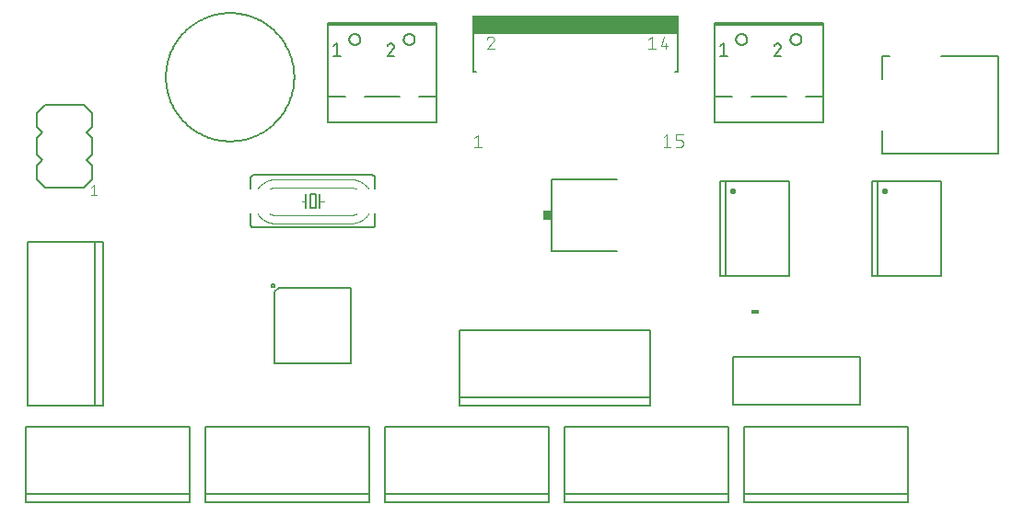
<source format=gto>
G75*
%MOIN*%
%OFA0B0*%
%FSLAX25Y25*%
%IPPOS*%
%LPD*%
%AMOC8*
5,1,8,0,0,1.08239X$1,22.5*
%
%ADD10C,0.00600*%
%ADD11C,0.00400*%
%ADD12R,0.74606X0.06594*%
%ADD13C,0.00800*%
%ADD14R,0.03000X0.03400*%
%ADD15C,0.00500*%
%ADD16C,0.00300*%
%ADD17C,0.02174*%
%ADD18R,0.02800X0.01600*%
%ADD19C,0.00200*%
D10*
X0100300Y0112300D02*
X0143300Y0112300D01*
X0143360Y0112302D01*
X0143421Y0112307D01*
X0143480Y0112316D01*
X0143539Y0112329D01*
X0143598Y0112345D01*
X0143655Y0112365D01*
X0143710Y0112388D01*
X0143765Y0112415D01*
X0143817Y0112444D01*
X0143868Y0112477D01*
X0143917Y0112513D01*
X0143963Y0112551D01*
X0144007Y0112593D01*
X0144049Y0112637D01*
X0144087Y0112683D01*
X0144123Y0112732D01*
X0144156Y0112783D01*
X0144185Y0112835D01*
X0144212Y0112890D01*
X0144235Y0112945D01*
X0144255Y0113002D01*
X0144271Y0113061D01*
X0144284Y0113120D01*
X0144293Y0113179D01*
X0144298Y0113240D01*
X0144300Y0113300D01*
X0144300Y0117300D01*
X0144300Y0126300D02*
X0144300Y0130300D01*
X0144298Y0130360D01*
X0144293Y0130421D01*
X0144284Y0130480D01*
X0144271Y0130539D01*
X0144255Y0130598D01*
X0144235Y0130655D01*
X0144212Y0130710D01*
X0144185Y0130765D01*
X0144156Y0130817D01*
X0144123Y0130868D01*
X0144087Y0130917D01*
X0144049Y0130963D01*
X0144007Y0131007D01*
X0143963Y0131049D01*
X0143917Y0131087D01*
X0143868Y0131123D01*
X0143817Y0131156D01*
X0143765Y0131185D01*
X0143710Y0131212D01*
X0143655Y0131235D01*
X0143598Y0131255D01*
X0143539Y0131271D01*
X0143480Y0131284D01*
X0143421Y0131293D01*
X0143360Y0131298D01*
X0143300Y0131300D01*
X0100300Y0131300D01*
X0100240Y0131298D01*
X0100179Y0131293D01*
X0100120Y0131284D01*
X0100061Y0131271D01*
X0100002Y0131255D01*
X0099945Y0131235D01*
X0099890Y0131212D01*
X0099835Y0131185D01*
X0099783Y0131156D01*
X0099732Y0131123D01*
X0099683Y0131087D01*
X0099637Y0131049D01*
X0099593Y0131007D01*
X0099551Y0130963D01*
X0099513Y0130917D01*
X0099477Y0130868D01*
X0099444Y0130817D01*
X0099415Y0130765D01*
X0099388Y0130710D01*
X0099365Y0130655D01*
X0099345Y0130598D01*
X0099329Y0130539D01*
X0099316Y0130480D01*
X0099307Y0130421D01*
X0099302Y0130360D01*
X0099300Y0130300D01*
X0099300Y0126300D01*
X0099300Y0117300D02*
X0099300Y0113300D01*
X0099302Y0113240D01*
X0099307Y0113179D01*
X0099316Y0113120D01*
X0099329Y0113061D01*
X0099345Y0113002D01*
X0099365Y0112945D01*
X0099388Y0112890D01*
X0099415Y0112835D01*
X0099444Y0112783D01*
X0099477Y0112732D01*
X0099513Y0112683D01*
X0099551Y0112637D01*
X0099593Y0112593D01*
X0099637Y0112551D01*
X0099683Y0112513D01*
X0099732Y0112477D01*
X0099783Y0112444D01*
X0099835Y0112415D01*
X0099890Y0112388D01*
X0099945Y0112365D01*
X0100002Y0112345D01*
X0100061Y0112329D01*
X0100120Y0112316D01*
X0100179Y0112307D01*
X0100240Y0112302D01*
X0100300Y0112300D01*
X0119300Y0119300D02*
X0119300Y0121800D01*
X0119300Y0124300D01*
X0120800Y0124300D02*
X0122800Y0124300D01*
X0122800Y0119300D01*
X0120800Y0119300D01*
X0120800Y0124300D01*
X0124300Y0124300D02*
X0124300Y0121800D01*
X0124300Y0119300D01*
X0127158Y0150300D02*
X0127158Y0159702D01*
X0127158Y0185702D01*
X0127158Y0186501D01*
X0166457Y0186501D01*
X0166457Y0185702D01*
X0166457Y0159702D01*
X0166457Y0150300D01*
X0127158Y0150300D01*
X0127158Y0159702D02*
X0133457Y0159702D01*
X0140457Y0159702D02*
X0153158Y0159702D01*
X0160158Y0159702D02*
X0166457Y0159702D01*
X0179800Y0168800D02*
X0179800Y0182800D01*
X0166457Y0185702D02*
X0127158Y0185702D01*
X0134957Y0180500D02*
X0134959Y0180589D01*
X0134965Y0180678D01*
X0134975Y0180767D01*
X0134989Y0180855D01*
X0135006Y0180942D01*
X0135028Y0181028D01*
X0135054Y0181114D01*
X0135083Y0181198D01*
X0135116Y0181281D01*
X0135152Y0181362D01*
X0135193Y0181442D01*
X0135236Y0181519D01*
X0135283Y0181595D01*
X0135334Y0181668D01*
X0135387Y0181739D01*
X0135444Y0181808D01*
X0135504Y0181874D01*
X0135567Y0181938D01*
X0135632Y0181998D01*
X0135700Y0182056D01*
X0135771Y0182110D01*
X0135844Y0182161D01*
X0135919Y0182209D01*
X0135996Y0182254D01*
X0136075Y0182295D01*
X0136156Y0182332D01*
X0136238Y0182366D01*
X0136322Y0182397D01*
X0136407Y0182423D01*
X0136493Y0182446D01*
X0136580Y0182464D01*
X0136668Y0182479D01*
X0136757Y0182490D01*
X0136846Y0182497D01*
X0136935Y0182500D01*
X0137024Y0182499D01*
X0137113Y0182494D01*
X0137201Y0182485D01*
X0137290Y0182472D01*
X0137377Y0182455D01*
X0137464Y0182435D01*
X0137550Y0182410D01*
X0137634Y0182382D01*
X0137717Y0182350D01*
X0137799Y0182314D01*
X0137879Y0182275D01*
X0137957Y0182232D01*
X0138033Y0182186D01*
X0138107Y0182136D01*
X0138179Y0182083D01*
X0138248Y0182027D01*
X0138315Y0181968D01*
X0138379Y0181906D01*
X0138440Y0181842D01*
X0138499Y0181774D01*
X0138554Y0181704D01*
X0138606Y0181632D01*
X0138655Y0181557D01*
X0138700Y0181481D01*
X0138742Y0181402D01*
X0138780Y0181322D01*
X0138815Y0181240D01*
X0138846Y0181156D01*
X0138874Y0181071D01*
X0138897Y0180985D01*
X0138917Y0180898D01*
X0138933Y0180811D01*
X0138945Y0180722D01*
X0138953Y0180634D01*
X0138957Y0180545D01*
X0138957Y0180455D01*
X0138953Y0180366D01*
X0138945Y0180278D01*
X0138933Y0180189D01*
X0138917Y0180102D01*
X0138897Y0180015D01*
X0138874Y0179929D01*
X0138846Y0179844D01*
X0138815Y0179760D01*
X0138780Y0179678D01*
X0138742Y0179598D01*
X0138700Y0179519D01*
X0138655Y0179443D01*
X0138606Y0179368D01*
X0138554Y0179296D01*
X0138499Y0179226D01*
X0138440Y0179158D01*
X0138379Y0179094D01*
X0138315Y0179032D01*
X0138248Y0178973D01*
X0138179Y0178917D01*
X0138107Y0178864D01*
X0138033Y0178814D01*
X0137957Y0178768D01*
X0137879Y0178725D01*
X0137799Y0178686D01*
X0137717Y0178650D01*
X0137634Y0178618D01*
X0137550Y0178590D01*
X0137464Y0178565D01*
X0137377Y0178545D01*
X0137290Y0178528D01*
X0137201Y0178515D01*
X0137113Y0178506D01*
X0137024Y0178501D01*
X0136935Y0178500D01*
X0136846Y0178503D01*
X0136757Y0178510D01*
X0136668Y0178521D01*
X0136580Y0178536D01*
X0136493Y0178554D01*
X0136407Y0178577D01*
X0136322Y0178603D01*
X0136238Y0178634D01*
X0136156Y0178668D01*
X0136075Y0178705D01*
X0135996Y0178746D01*
X0135919Y0178791D01*
X0135844Y0178839D01*
X0135771Y0178890D01*
X0135700Y0178944D01*
X0135632Y0179002D01*
X0135567Y0179062D01*
X0135504Y0179126D01*
X0135444Y0179192D01*
X0135387Y0179261D01*
X0135334Y0179332D01*
X0135283Y0179405D01*
X0135236Y0179481D01*
X0135193Y0179558D01*
X0135152Y0179638D01*
X0135116Y0179719D01*
X0135083Y0179802D01*
X0135054Y0179886D01*
X0135028Y0179972D01*
X0135006Y0180058D01*
X0134989Y0180145D01*
X0134975Y0180233D01*
X0134965Y0180322D01*
X0134959Y0180411D01*
X0134957Y0180500D01*
X0154657Y0180500D02*
X0154659Y0180589D01*
X0154665Y0180678D01*
X0154675Y0180767D01*
X0154689Y0180855D01*
X0154706Y0180942D01*
X0154728Y0181028D01*
X0154754Y0181114D01*
X0154783Y0181198D01*
X0154816Y0181281D01*
X0154852Y0181362D01*
X0154893Y0181442D01*
X0154936Y0181519D01*
X0154983Y0181595D01*
X0155034Y0181668D01*
X0155087Y0181739D01*
X0155144Y0181808D01*
X0155204Y0181874D01*
X0155267Y0181938D01*
X0155332Y0181998D01*
X0155400Y0182056D01*
X0155471Y0182110D01*
X0155544Y0182161D01*
X0155619Y0182209D01*
X0155696Y0182254D01*
X0155775Y0182295D01*
X0155856Y0182332D01*
X0155938Y0182366D01*
X0156022Y0182397D01*
X0156107Y0182423D01*
X0156193Y0182446D01*
X0156280Y0182464D01*
X0156368Y0182479D01*
X0156457Y0182490D01*
X0156546Y0182497D01*
X0156635Y0182500D01*
X0156724Y0182499D01*
X0156813Y0182494D01*
X0156901Y0182485D01*
X0156990Y0182472D01*
X0157077Y0182455D01*
X0157164Y0182435D01*
X0157250Y0182410D01*
X0157334Y0182382D01*
X0157417Y0182350D01*
X0157499Y0182314D01*
X0157579Y0182275D01*
X0157657Y0182232D01*
X0157733Y0182186D01*
X0157807Y0182136D01*
X0157879Y0182083D01*
X0157948Y0182027D01*
X0158015Y0181968D01*
X0158079Y0181906D01*
X0158140Y0181842D01*
X0158199Y0181774D01*
X0158254Y0181704D01*
X0158306Y0181632D01*
X0158355Y0181557D01*
X0158400Y0181481D01*
X0158442Y0181402D01*
X0158480Y0181322D01*
X0158515Y0181240D01*
X0158546Y0181156D01*
X0158574Y0181071D01*
X0158597Y0180985D01*
X0158617Y0180898D01*
X0158633Y0180811D01*
X0158645Y0180722D01*
X0158653Y0180634D01*
X0158657Y0180545D01*
X0158657Y0180455D01*
X0158653Y0180366D01*
X0158645Y0180278D01*
X0158633Y0180189D01*
X0158617Y0180102D01*
X0158597Y0180015D01*
X0158574Y0179929D01*
X0158546Y0179844D01*
X0158515Y0179760D01*
X0158480Y0179678D01*
X0158442Y0179598D01*
X0158400Y0179519D01*
X0158355Y0179443D01*
X0158306Y0179368D01*
X0158254Y0179296D01*
X0158199Y0179226D01*
X0158140Y0179158D01*
X0158079Y0179094D01*
X0158015Y0179032D01*
X0157948Y0178973D01*
X0157879Y0178917D01*
X0157807Y0178864D01*
X0157733Y0178814D01*
X0157657Y0178768D01*
X0157579Y0178725D01*
X0157499Y0178686D01*
X0157417Y0178650D01*
X0157334Y0178618D01*
X0157250Y0178590D01*
X0157164Y0178565D01*
X0157077Y0178545D01*
X0156990Y0178528D01*
X0156901Y0178515D01*
X0156813Y0178506D01*
X0156724Y0178501D01*
X0156635Y0178500D01*
X0156546Y0178503D01*
X0156457Y0178510D01*
X0156368Y0178521D01*
X0156280Y0178536D01*
X0156193Y0178554D01*
X0156107Y0178577D01*
X0156022Y0178603D01*
X0155938Y0178634D01*
X0155856Y0178668D01*
X0155775Y0178705D01*
X0155696Y0178746D01*
X0155619Y0178791D01*
X0155544Y0178839D01*
X0155471Y0178890D01*
X0155400Y0178944D01*
X0155332Y0179002D01*
X0155267Y0179062D01*
X0155204Y0179126D01*
X0155144Y0179192D01*
X0155087Y0179261D01*
X0155034Y0179332D01*
X0154983Y0179405D01*
X0154936Y0179481D01*
X0154893Y0179558D01*
X0154852Y0179638D01*
X0154816Y0179719D01*
X0154783Y0179802D01*
X0154754Y0179886D01*
X0154728Y0179972D01*
X0154706Y0180058D01*
X0154689Y0180145D01*
X0154675Y0180233D01*
X0154665Y0180322D01*
X0154659Y0180411D01*
X0154657Y0180500D01*
X0179800Y0168800D02*
X0180800Y0168800D01*
X0252800Y0168800D02*
X0253800Y0168800D01*
X0253800Y0182800D01*
X0267158Y0185702D02*
X0267158Y0186501D01*
X0306457Y0186501D01*
X0306457Y0185702D01*
X0306457Y0159702D01*
X0306457Y0150300D01*
X0267158Y0150300D01*
X0267158Y0159702D01*
X0267158Y0185702D01*
X0306457Y0185702D01*
X0294657Y0180500D02*
X0294659Y0180589D01*
X0294665Y0180678D01*
X0294675Y0180767D01*
X0294689Y0180855D01*
X0294706Y0180942D01*
X0294728Y0181028D01*
X0294754Y0181114D01*
X0294783Y0181198D01*
X0294816Y0181281D01*
X0294852Y0181362D01*
X0294893Y0181442D01*
X0294936Y0181519D01*
X0294983Y0181595D01*
X0295034Y0181668D01*
X0295087Y0181739D01*
X0295144Y0181808D01*
X0295204Y0181874D01*
X0295267Y0181938D01*
X0295332Y0181998D01*
X0295400Y0182056D01*
X0295471Y0182110D01*
X0295544Y0182161D01*
X0295619Y0182209D01*
X0295696Y0182254D01*
X0295775Y0182295D01*
X0295856Y0182332D01*
X0295938Y0182366D01*
X0296022Y0182397D01*
X0296107Y0182423D01*
X0296193Y0182446D01*
X0296280Y0182464D01*
X0296368Y0182479D01*
X0296457Y0182490D01*
X0296546Y0182497D01*
X0296635Y0182500D01*
X0296724Y0182499D01*
X0296813Y0182494D01*
X0296901Y0182485D01*
X0296990Y0182472D01*
X0297077Y0182455D01*
X0297164Y0182435D01*
X0297250Y0182410D01*
X0297334Y0182382D01*
X0297417Y0182350D01*
X0297499Y0182314D01*
X0297579Y0182275D01*
X0297657Y0182232D01*
X0297733Y0182186D01*
X0297807Y0182136D01*
X0297879Y0182083D01*
X0297948Y0182027D01*
X0298015Y0181968D01*
X0298079Y0181906D01*
X0298140Y0181842D01*
X0298199Y0181774D01*
X0298254Y0181704D01*
X0298306Y0181632D01*
X0298355Y0181557D01*
X0298400Y0181481D01*
X0298442Y0181402D01*
X0298480Y0181322D01*
X0298515Y0181240D01*
X0298546Y0181156D01*
X0298574Y0181071D01*
X0298597Y0180985D01*
X0298617Y0180898D01*
X0298633Y0180811D01*
X0298645Y0180722D01*
X0298653Y0180634D01*
X0298657Y0180545D01*
X0298657Y0180455D01*
X0298653Y0180366D01*
X0298645Y0180278D01*
X0298633Y0180189D01*
X0298617Y0180102D01*
X0298597Y0180015D01*
X0298574Y0179929D01*
X0298546Y0179844D01*
X0298515Y0179760D01*
X0298480Y0179678D01*
X0298442Y0179598D01*
X0298400Y0179519D01*
X0298355Y0179443D01*
X0298306Y0179368D01*
X0298254Y0179296D01*
X0298199Y0179226D01*
X0298140Y0179158D01*
X0298079Y0179094D01*
X0298015Y0179032D01*
X0297948Y0178973D01*
X0297879Y0178917D01*
X0297807Y0178864D01*
X0297733Y0178814D01*
X0297657Y0178768D01*
X0297579Y0178725D01*
X0297499Y0178686D01*
X0297417Y0178650D01*
X0297334Y0178618D01*
X0297250Y0178590D01*
X0297164Y0178565D01*
X0297077Y0178545D01*
X0296990Y0178528D01*
X0296901Y0178515D01*
X0296813Y0178506D01*
X0296724Y0178501D01*
X0296635Y0178500D01*
X0296546Y0178503D01*
X0296457Y0178510D01*
X0296368Y0178521D01*
X0296280Y0178536D01*
X0296193Y0178554D01*
X0296107Y0178577D01*
X0296022Y0178603D01*
X0295938Y0178634D01*
X0295856Y0178668D01*
X0295775Y0178705D01*
X0295696Y0178746D01*
X0295619Y0178791D01*
X0295544Y0178839D01*
X0295471Y0178890D01*
X0295400Y0178944D01*
X0295332Y0179002D01*
X0295267Y0179062D01*
X0295204Y0179126D01*
X0295144Y0179192D01*
X0295087Y0179261D01*
X0295034Y0179332D01*
X0294983Y0179405D01*
X0294936Y0179481D01*
X0294893Y0179558D01*
X0294852Y0179638D01*
X0294816Y0179719D01*
X0294783Y0179802D01*
X0294754Y0179886D01*
X0294728Y0179972D01*
X0294706Y0180058D01*
X0294689Y0180145D01*
X0294675Y0180233D01*
X0294665Y0180322D01*
X0294659Y0180411D01*
X0294657Y0180500D01*
X0274957Y0180500D02*
X0274959Y0180589D01*
X0274965Y0180678D01*
X0274975Y0180767D01*
X0274989Y0180855D01*
X0275006Y0180942D01*
X0275028Y0181028D01*
X0275054Y0181114D01*
X0275083Y0181198D01*
X0275116Y0181281D01*
X0275152Y0181362D01*
X0275193Y0181442D01*
X0275236Y0181519D01*
X0275283Y0181595D01*
X0275334Y0181668D01*
X0275387Y0181739D01*
X0275444Y0181808D01*
X0275504Y0181874D01*
X0275567Y0181938D01*
X0275632Y0181998D01*
X0275700Y0182056D01*
X0275771Y0182110D01*
X0275844Y0182161D01*
X0275919Y0182209D01*
X0275996Y0182254D01*
X0276075Y0182295D01*
X0276156Y0182332D01*
X0276238Y0182366D01*
X0276322Y0182397D01*
X0276407Y0182423D01*
X0276493Y0182446D01*
X0276580Y0182464D01*
X0276668Y0182479D01*
X0276757Y0182490D01*
X0276846Y0182497D01*
X0276935Y0182500D01*
X0277024Y0182499D01*
X0277113Y0182494D01*
X0277201Y0182485D01*
X0277290Y0182472D01*
X0277377Y0182455D01*
X0277464Y0182435D01*
X0277550Y0182410D01*
X0277634Y0182382D01*
X0277717Y0182350D01*
X0277799Y0182314D01*
X0277879Y0182275D01*
X0277957Y0182232D01*
X0278033Y0182186D01*
X0278107Y0182136D01*
X0278179Y0182083D01*
X0278248Y0182027D01*
X0278315Y0181968D01*
X0278379Y0181906D01*
X0278440Y0181842D01*
X0278499Y0181774D01*
X0278554Y0181704D01*
X0278606Y0181632D01*
X0278655Y0181557D01*
X0278700Y0181481D01*
X0278742Y0181402D01*
X0278780Y0181322D01*
X0278815Y0181240D01*
X0278846Y0181156D01*
X0278874Y0181071D01*
X0278897Y0180985D01*
X0278917Y0180898D01*
X0278933Y0180811D01*
X0278945Y0180722D01*
X0278953Y0180634D01*
X0278957Y0180545D01*
X0278957Y0180455D01*
X0278953Y0180366D01*
X0278945Y0180278D01*
X0278933Y0180189D01*
X0278917Y0180102D01*
X0278897Y0180015D01*
X0278874Y0179929D01*
X0278846Y0179844D01*
X0278815Y0179760D01*
X0278780Y0179678D01*
X0278742Y0179598D01*
X0278700Y0179519D01*
X0278655Y0179443D01*
X0278606Y0179368D01*
X0278554Y0179296D01*
X0278499Y0179226D01*
X0278440Y0179158D01*
X0278379Y0179094D01*
X0278315Y0179032D01*
X0278248Y0178973D01*
X0278179Y0178917D01*
X0278107Y0178864D01*
X0278033Y0178814D01*
X0277957Y0178768D01*
X0277879Y0178725D01*
X0277799Y0178686D01*
X0277717Y0178650D01*
X0277634Y0178618D01*
X0277550Y0178590D01*
X0277464Y0178565D01*
X0277377Y0178545D01*
X0277290Y0178528D01*
X0277201Y0178515D01*
X0277113Y0178506D01*
X0277024Y0178501D01*
X0276935Y0178500D01*
X0276846Y0178503D01*
X0276757Y0178510D01*
X0276668Y0178521D01*
X0276580Y0178536D01*
X0276493Y0178554D01*
X0276407Y0178577D01*
X0276322Y0178603D01*
X0276238Y0178634D01*
X0276156Y0178668D01*
X0276075Y0178705D01*
X0275996Y0178746D01*
X0275919Y0178791D01*
X0275844Y0178839D01*
X0275771Y0178890D01*
X0275700Y0178944D01*
X0275632Y0179002D01*
X0275567Y0179062D01*
X0275504Y0179126D01*
X0275444Y0179192D01*
X0275387Y0179261D01*
X0275334Y0179332D01*
X0275283Y0179405D01*
X0275236Y0179481D01*
X0275193Y0179558D01*
X0275152Y0179638D01*
X0275116Y0179719D01*
X0275083Y0179802D01*
X0275054Y0179886D01*
X0275028Y0179972D01*
X0275006Y0180058D01*
X0274989Y0180145D01*
X0274975Y0180233D01*
X0274965Y0180322D01*
X0274959Y0180411D01*
X0274957Y0180500D01*
X0273457Y0159702D02*
X0267158Y0159702D01*
X0280457Y0159702D02*
X0293158Y0159702D01*
X0300158Y0159702D02*
X0306457Y0159702D01*
X0294320Y0129064D02*
X0269280Y0129064D01*
X0269280Y0094635D01*
X0271312Y0094635D01*
X0271312Y0128670D01*
X0294320Y0129064D02*
X0294320Y0094635D01*
X0271312Y0094635D01*
X0324280Y0094635D02*
X0324280Y0129064D01*
X0349320Y0129064D01*
X0349320Y0094635D01*
X0326312Y0094635D01*
X0326312Y0128670D01*
X0326312Y0094635D02*
X0324280Y0094635D01*
D11*
X0255778Y0142553D02*
X0255778Y0143064D01*
X0255776Y0143126D01*
X0255771Y0143187D01*
X0255761Y0143248D01*
X0255748Y0143309D01*
X0255732Y0143368D01*
X0255712Y0143426D01*
X0255688Y0143483D01*
X0255661Y0143539D01*
X0255631Y0143593D01*
X0255597Y0143645D01*
X0255561Y0143694D01*
X0255521Y0143742D01*
X0255479Y0143787D01*
X0255434Y0143829D01*
X0255386Y0143869D01*
X0255337Y0143905D01*
X0255285Y0143939D01*
X0255231Y0143969D01*
X0255175Y0143996D01*
X0255118Y0144020D01*
X0255060Y0144040D01*
X0255001Y0144056D01*
X0254940Y0144069D01*
X0254879Y0144079D01*
X0254818Y0144084D01*
X0254756Y0144086D01*
X0254756Y0144087D02*
X0253223Y0144087D01*
X0253223Y0146131D01*
X0255778Y0146131D01*
X0255778Y0142553D02*
X0255776Y0142491D01*
X0255771Y0142430D01*
X0255761Y0142369D01*
X0255748Y0142308D01*
X0255732Y0142249D01*
X0255712Y0142191D01*
X0255688Y0142134D01*
X0255661Y0142078D01*
X0255631Y0142024D01*
X0255597Y0141972D01*
X0255561Y0141923D01*
X0255521Y0141875D01*
X0255479Y0141830D01*
X0255434Y0141788D01*
X0255386Y0141748D01*
X0255337Y0141712D01*
X0255285Y0141678D01*
X0255231Y0141648D01*
X0255175Y0141621D01*
X0255118Y0141597D01*
X0255060Y0141577D01*
X0255001Y0141561D01*
X0254940Y0141548D01*
X0254879Y0141538D01*
X0254818Y0141533D01*
X0254756Y0141531D01*
X0253223Y0141531D01*
X0251278Y0141531D02*
X0248723Y0141531D01*
X0250001Y0141531D02*
X0250001Y0146131D01*
X0248723Y0145109D01*
X0249543Y0177000D02*
X0249543Y0179044D01*
X0250309Y0178022D02*
X0247754Y0178022D01*
X0248776Y0181600D01*
X0244532Y0181600D02*
X0244532Y0177000D01*
X0245809Y0177000D02*
X0243254Y0177000D01*
X0243254Y0180578D02*
X0244532Y0181600D01*
X0187365Y0177000D02*
X0184809Y0177000D01*
X0186981Y0179556D01*
X0186215Y0181600D02*
X0186141Y0181598D01*
X0186067Y0181593D01*
X0185993Y0181583D01*
X0185920Y0181570D01*
X0185847Y0181554D01*
X0185776Y0181533D01*
X0185706Y0181509D01*
X0185637Y0181482D01*
X0185569Y0181451D01*
X0185503Y0181417D01*
X0185439Y0181380D01*
X0185377Y0181339D01*
X0185317Y0181295D01*
X0185259Y0181249D01*
X0185203Y0181199D01*
X0185150Y0181147D01*
X0185100Y0181092D01*
X0185053Y0181035D01*
X0185009Y0180975D01*
X0184967Y0180913D01*
X0184929Y0180850D01*
X0184894Y0180784D01*
X0184863Y0180717D01*
X0184835Y0180648D01*
X0184810Y0180578D01*
X0186981Y0179556D02*
X0187028Y0179603D01*
X0187072Y0179653D01*
X0187114Y0179705D01*
X0187153Y0179759D01*
X0187188Y0179815D01*
X0187221Y0179873D01*
X0187251Y0179933D01*
X0187277Y0179994D01*
X0187300Y0180057D01*
X0187319Y0180121D01*
X0187335Y0180185D01*
X0187348Y0180251D01*
X0187357Y0180317D01*
X0187362Y0180383D01*
X0187364Y0180450D01*
X0187365Y0180450D02*
X0187363Y0180517D01*
X0187357Y0180584D01*
X0187348Y0180650D01*
X0187334Y0180715D01*
X0187317Y0180780D01*
X0187296Y0180843D01*
X0187271Y0180905D01*
X0187243Y0180966D01*
X0187211Y0181025D01*
X0187176Y0181082D01*
X0187137Y0181137D01*
X0187096Y0181189D01*
X0187051Y0181239D01*
X0187004Y0181286D01*
X0186954Y0181331D01*
X0186902Y0181372D01*
X0186847Y0181411D01*
X0186790Y0181446D01*
X0186731Y0181478D01*
X0186670Y0181506D01*
X0186608Y0181531D01*
X0186545Y0181552D01*
X0186480Y0181569D01*
X0186415Y0181583D01*
X0186349Y0181592D01*
X0186282Y0181598D01*
X0186215Y0181600D01*
X0181556Y0145898D02*
X0181556Y0141298D01*
X0180278Y0141298D02*
X0182834Y0141298D01*
X0180278Y0144876D02*
X0181556Y0145898D01*
D12*
X0216800Y0185786D03*
D13*
X0017745Y0015776D02*
X0017745Y0012627D01*
X0077194Y0012627D01*
X0077194Y0015776D01*
X0017745Y0015776D01*
X0017745Y0040186D01*
X0077194Y0040186D01*
X0077194Y0015776D01*
X0082745Y0015776D02*
X0082745Y0012627D01*
X0142194Y0012627D01*
X0142194Y0015776D01*
X0082745Y0015776D01*
X0082745Y0040186D01*
X0142194Y0040186D01*
X0142194Y0015776D01*
X0147745Y0015776D02*
X0147745Y0012627D01*
X0207194Y0012627D01*
X0207194Y0015776D01*
X0147745Y0015776D01*
X0147745Y0040186D01*
X0207194Y0040186D01*
X0207194Y0015776D01*
X0212745Y0015776D02*
X0212745Y0012627D01*
X0272194Y0012627D01*
X0272194Y0015776D01*
X0212745Y0015776D01*
X0212745Y0040186D01*
X0272194Y0040186D01*
X0272194Y0015776D01*
X0277745Y0015776D02*
X0277745Y0012627D01*
X0337194Y0012627D01*
X0337194Y0015776D01*
X0277745Y0015776D01*
X0277745Y0040186D01*
X0337194Y0040186D01*
X0337194Y0015776D01*
X0319694Y0048237D02*
X0273906Y0048237D01*
X0273906Y0065363D01*
X0319694Y0065363D01*
X0319694Y0048237D01*
X0243808Y0047627D02*
X0174910Y0047627D01*
X0174910Y0050776D01*
X0243808Y0050776D01*
X0243808Y0047627D01*
X0243808Y0050776D02*
X0243808Y0075186D01*
X0174910Y0075186D01*
X0174910Y0050776D01*
X0135599Y0063001D02*
X0108001Y0063001D01*
X0108001Y0089202D01*
X0109398Y0090599D01*
X0135599Y0090599D01*
X0135599Y0063001D01*
X0106800Y0091300D02*
X0106802Y0091349D01*
X0106808Y0091397D01*
X0106818Y0091445D01*
X0106832Y0091492D01*
X0106849Y0091538D01*
X0106870Y0091582D01*
X0106895Y0091624D01*
X0106923Y0091664D01*
X0106955Y0091702D01*
X0106989Y0091737D01*
X0107026Y0091769D01*
X0107065Y0091798D01*
X0107107Y0091824D01*
X0107151Y0091846D01*
X0107196Y0091864D01*
X0107243Y0091879D01*
X0107290Y0091890D01*
X0107339Y0091897D01*
X0107388Y0091900D01*
X0107437Y0091899D01*
X0107485Y0091894D01*
X0107534Y0091885D01*
X0107581Y0091872D01*
X0107627Y0091855D01*
X0107671Y0091835D01*
X0107714Y0091811D01*
X0107755Y0091784D01*
X0107793Y0091753D01*
X0107829Y0091720D01*
X0107861Y0091684D01*
X0107891Y0091645D01*
X0107918Y0091604D01*
X0107941Y0091560D01*
X0107960Y0091515D01*
X0107976Y0091469D01*
X0107988Y0091422D01*
X0107996Y0091373D01*
X0108000Y0091324D01*
X0108000Y0091276D01*
X0107996Y0091227D01*
X0107988Y0091178D01*
X0107976Y0091131D01*
X0107960Y0091085D01*
X0107941Y0091040D01*
X0107918Y0090996D01*
X0107891Y0090955D01*
X0107861Y0090916D01*
X0107829Y0090880D01*
X0107793Y0090847D01*
X0107755Y0090816D01*
X0107714Y0090789D01*
X0107671Y0090765D01*
X0107627Y0090745D01*
X0107581Y0090728D01*
X0107534Y0090715D01*
X0107485Y0090706D01*
X0107437Y0090701D01*
X0107388Y0090700D01*
X0107339Y0090703D01*
X0107290Y0090710D01*
X0107243Y0090721D01*
X0107196Y0090736D01*
X0107151Y0090754D01*
X0107107Y0090776D01*
X0107065Y0090802D01*
X0107026Y0090831D01*
X0106989Y0090863D01*
X0106955Y0090898D01*
X0106923Y0090936D01*
X0106895Y0090976D01*
X0106870Y0091018D01*
X0106849Y0091062D01*
X0106832Y0091108D01*
X0106818Y0091155D01*
X0106808Y0091203D01*
X0106802Y0091251D01*
X0106800Y0091300D01*
X0045973Y0107194D02*
X0045973Y0047745D01*
X0042824Y0047745D01*
X0042824Y0107194D01*
X0045973Y0107194D01*
X0042824Y0107194D02*
X0018414Y0107194D01*
X0018414Y0047745D01*
X0042824Y0047745D01*
X0208300Y0103898D02*
X0208300Y0129702D01*
X0231900Y0129700D01*
X0231900Y0103900D02*
X0208300Y0103898D01*
X0327863Y0139083D02*
X0327863Y0147351D01*
X0327863Y0139083D02*
X0369989Y0139083D01*
X0369989Y0174517D01*
X0349123Y0174517D01*
X0330619Y0174517D02*
X0327863Y0174517D01*
X0327863Y0166249D01*
X0068572Y0166800D02*
X0068579Y0167370D01*
X0068600Y0167940D01*
X0068635Y0168509D01*
X0068684Y0169077D01*
X0068747Y0169643D01*
X0068823Y0170208D01*
X0068914Y0170771D01*
X0069018Y0171332D01*
X0069136Y0171889D01*
X0069268Y0172444D01*
X0069413Y0172995D01*
X0069572Y0173543D01*
X0069744Y0174086D01*
X0069930Y0174625D01*
X0070128Y0175160D01*
X0070340Y0175689D01*
X0070565Y0176213D01*
X0070802Y0176731D01*
X0071052Y0177244D01*
X0071315Y0177750D01*
X0071590Y0178249D01*
X0071877Y0178742D01*
X0072176Y0179227D01*
X0072487Y0179705D01*
X0072809Y0180175D01*
X0073143Y0180637D01*
X0073488Y0181091D01*
X0073845Y0181536D01*
X0074212Y0181972D01*
X0074589Y0182399D01*
X0074977Y0182817D01*
X0075375Y0183225D01*
X0075783Y0183623D01*
X0076201Y0184011D01*
X0076628Y0184388D01*
X0077064Y0184755D01*
X0077509Y0185112D01*
X0077963Y0185457D01*
X0078425Y0185791D01*
X0078895Y0186113D01*
X0079373Y0186424D01*
X0079858Y0186723D01*
X0080351Y0187010D01*
X0080850Y0187285D01*
X0081356Y0187548D01*
X0081869Y0187798D01*
X0082387Y0188035D01*
X0082911Y0188260D01*
X0083440Y0188472D01*
X0083975Y0188670D01*
X0084514Y0188856D01*
X0085057Y0189028D01*
X0085605Y0189187D01*
X0086156Y0189332D01*
X0086711Y0189464D01*
X0087268Y0189582D01*
X0087829Y0189686D01*
X0088392Y0189777D01*
X0088957Y0189853D01*
X0089523Y0189916D01*
X0090091Y0189965D01*
X0090660Y0190000D01*
X0091230Y0190021D01*
X0091800Y0190028D01*
X0092370Y0190021D01*
X0092940Y0190000D01*
X0093509Y0189965D01*
X0094077Y0189916D01*
X0094643Y0189853D01*
X0095208Y0189777D01*
X0095771Y0189686D01*
X0096332Y0189582D01*
X0096889Y0189464D01*
X0097444Y0189332D01*
X0097995Y0189187D01*
X0098543Y0189028D01*
X0099086Y0188856D01*
X0099625Y0188670D01*
X0100160Y0188472D01*
X0100689Y0188260D01*
X0101213Y0188035D01*
X0101731Y0187798D01*
X0102244Y0187548D01*
X0102750Y0187285D01*
X0103249Y0187010D01*
X0103742Y0186723D01*
X0104227Y0186424D01*
X0104705Y0186113D01*
X0105175Y0185791D01*
X0105637Y0185457D01*
X0106091Y0185112D01*
X0106536Y0184755D01*
X0106972Y0184388D01*
X0107399Y0184011D01*
X0107817Y0183623D01*
X0108225Y0183225D01*
X0108623Y0182817D01*
X0109011Y0182399D01*
X0109388Y0181972D01*
X0109755Y0181536D01*
X0110112Y0181091D01*
X0110457Y0180637D01*
X0110791Y0180175D01*
X0111113Y0179705D01*
X0111424Y0179227D01*
X0111723Y0178742D01*
X0112010Y0178249D01*
X0112285Y0177750D01*
X0112548Y0177244D01*
X0112798Y0176731D01*
X0113035Y0176213D01*
X0113260Y0175689D01*
X0113472Y0175160D01*
X0113670Y0174625D01*
X0113856Y0174086D01*
X0114028Y0173543D01*
X0114187Y0172995D01*
X0114332Y0172444D01*
X0114464Y0171889D01*
X0114582Y0171332D01*
X0114686Y0170771D01*
X0114777Y0170208D01*
X0114853Y0169643D01*
X0114916Y0169077D01*
X0114965Y0168509D01*
X0115000Y0167940D01*
X0115021Y0167370D01*
X0115028Y0166800D01*
X0115021Y0166230D01*
X0115000Y0165660D01*
X0114965Y0165091D01*
X0114916Y0164523D01*
X0114853Y0163957D01*
X0114777Y0163392D01*
X0114686Y0162829D01*
X0114582Y0162268D01*
X0114464Y0161711D01*
X0114332Y0161156D01*
X0114187Y0160605D01*
X0114028Y0160057D01*
X0113856Y0159514D01*
X0113670Y0158975D01*
X0113472Y0158440D01*
X0113260Y0157911D01*
X0113035Y0157387D01*
X0112798Y0156869D01*
X0112548Y0156356D01*
X0112285Y0155850D01*
X0112010Y0155351D01*
X0111723Y0154858D01*
X0111424Y0154373D01*
X0111113Y0153895D01*
X0110791Y0153425D01*
X0110457Y0152963D01*
X0110112Y0152509D01*
X0109755Y0152064D01*
X0109388Y0151628D01*
X0109011Y0151201D01*
X0108623Y0150783D01*
X0108225Y0150375D01*
X0107817Y0149977D01*
X0107399Y0149589D01*
X0106972Y0149212D01*
X0106536Y0148845D01*
X0106091Y0148488D01*
X0105637Y0148143D01*
X0105175Y0147809D01*
X0104705Y0147487D01*
X0104227Y0147176D01*
X0103742Y0146877D01*
X0103249Y0146590D01*
X0102750Y0146315D01*
X0102244Y0146052D01*
X0101731Y0145802D01*
X0101213Y0145565D01*
X0100689Y0145340D01*
X0100160Y0145128D01*
X0099625Y0144930D01*
X0099086Y0144744D01*
X0098543Y0144572D01*
X0097995Y0144413D01*
X0097444Y0144268D01*
X0096889Y0144136D01*
X0096332Y0144018D01*
X0095771Y0143914D01*
X0095208Y0143823D01*
X0094643Y0143747D01*
X0094077Y0143684D01*
X0093509Y0143635D01*
X0092940Y0143600D01*
X0092370Y0143579D01*
X0091800Y0143572D01*
X0091230Y0143579D01*
X0090660Y0143600D01*
X0090091Y0143635D01*
X0089523Y0143684D01*
X0088957Y0143747D01*
X0088392Y0143823D01*
X0087829Y0143914D01*
X0087268Y0144018D01*
X0086711Y0144136D01*
X0086156Y0144268D01*
X0085605Y0144413D01*
X0085057Y0144572D01*
X0084514Y0144744D01*
X0083975Y0144930D01*
X0083440Y0145128D01*
X0082911Y0145340D01*
X0082387Y0145565D01*
X0081869Y0145802D01*
X0081356Y0146052D01*
X0080850Y0146315D01*
X0080351Y0146590D01*
X0079858Y0146877D01*
X0079373Y0147176D01*
X0078895Y0147487D01*
X0078425Y0147809D01*
X0077963Y0148143D01*
X0077509Y0148488D01*
X0077064Y0148845D01*
X0076628Y0149212D01*
X0076201Y0149589D01*
X0075783Y0149977D01*
X0075375Y0150375D01*
X0074977Y0150783D01*
X0074589Y0151201D01*
X0074212Y0151628D01*
X0073845Y0152064D01*
X0073488Y0152509D01*
X0073143Y0152963D01*
X0072809Y0153425D01*
X0072487Y0153895D01*
X0072176Y0154373D01*
X0071877Y0154858D01*
X0071590Y0155351D01*
X0071315Y0155850D01*
X0071052Y0156356D01*
X0070802Y0156869D01*
X0070565Y0157387D01*
X0070340Y0157911D01*
X0070128Y0158440D01*
X0069930Y0158975D01*
X0069744Y0159514D01*
X0069572Y0160057D01*
X0069413Y0160605D01*
X0069268Y0161156D01*
X0069136Y0161711D01*
X0069018Y0162268D01*
X0068914Y0162829D01*
X0068823Y0163392D01*
X0068747Y0163957D01*
X0068684Y0164523D01*
X0068635Y0165091D01*
X0068600Y0165660D01*
X0068579Y0166230D01*
X0068572Y0166800D01*
D14*
X0206400Y0116800D03*
D15*
X0151207Y0174550D02*
X0148707Y0174550D01*
X0150832Y0177050D01*
X0150082Y0179050D02*
X0150009Y0179048D01*
X0149937Y0179043D01*
X0149865Y0179034D01*
X0149793Y0179021D01*
X0149722Y0179005D01*
X0149652Y0178985D01*
X0149584Y0178961D01*
X0149516Y0178935D01*
X0149450Y0178904D01*
X0149385Y0178871D01*
X0149323Y0178834D01*
X0149262Y0178795D01*
X0149203Y0178752D01*
X0149146Y0178706D01*
X0149092Y0178658D01*
X0149041Y0178607D01*
X0148991Y0178553D01*
X0148945Y0178497D01*
X0148902Y0178439D01*
X0148861Y0178378D01*
X0148824Y0178316D01*
X0148790Y0178252D01*
X0148759Y0178186D01*
X0148731Y0178119D01*
X0148707Y0178050D01*
X0150832Y0177050D02*
X0150878Y0177096D01*
X0150922Y0177145D01*
X0150962Y0177196D01*
X0151000Y0177249D01*
X0151035Y0177304D01*
X0151067Y0177361D01*
X0151096Y0177419D01*
X0151122Y0177479D01*
X0151144Y0177541D01*
X0151163Y0177603D01*
X0151179Y0177666D01*
X0151191Y0177730D01*
X0151200Y0177795D01*
X0151205Y0177860D01*
X0151207Y0177925D01*
X0151205Y0177990D01*
X0151199Y0178056D01*
X0151190Y0178120D01*
X0151177Y0178184D01*
X0151160Y0178248D01*
X0151139Y0178310D01*
X0151115Y0178371D01*
X0151087Y0178430D01*
X0151056Y0178488D01*
X0151022Y0178543D01*
X0150984Y0178597D01*
X0150944Y0178648D01*
X0150900Y0178697D01*
X0150854Y0178743D01*
X0150805Y0178787D01*
X0150754Y0178827D01*
X0150700Y0178865D01*
X0150645Y0178899D01*
X0150587Y0178930D01*
X0150528Y0178958D01*
X0150467Y0178982D01*
X0150405Y0179003D01*
X0150341Y0179020D01*
X0150277Y0179033D01*
X0150213Y0179042D01*
X0150147Y0179048D01*
X0150082Y0179050D01*
X0131707Y0174550D02*
X0129207Y0174550D01*
X0130457Y0174550D02*
X0130457Y0179050D01*
X0129207Y0178050D01*
X0041800Y0153800D02*
X0041800Y0148800D01*
X0039800Y0146800D01*
X0041800Y0144800D01*
X0041800Y0138800D01*
X0039800Y0136800D01*
X0041800Y0134800D01*
X0041800Y0129800D01*
X0038800Y0126800D01*
X0024800Y0126800D01*
X0021800Y0129800D01*
X0021800Y0134800D01*
X0023800Y0136800D01*
X0021800Y0138800D01*
X0021800Y0144800D01*
X0023800Y0146800D01*
X0021800Y0148800D01*
X0021800Y0153800D01*
X0024800Y0156800D01*
X0038800Y0156800D01*
X0041800Y0153800D01*
X0269207Y0174550D02*
X0271707Y0174550D01*
X0270457Y0174550D02*
X0270457Y0179050D01*
X0269207Y0178050D01*
X0288707Y0174550D02*
X0291207Y0174550D01*
X0288707Y0174550D02*
X0290832Y0177050D01*
X0290082Y0179050D02*
X0290009Y0179048D01*
X0289937Y0179043D01*
X0289865Y0179034D01*
X0289793Y0179021D01*
X0289722Y0179005D01*
X0289652Y0178985D01*
X0289584Y0178961D01*
X0289516Y0178935D01*
X0289450Y0178904D01*
X0289385Y0178871D01*
X0289323Y0178834D01*
X0289262Y0178795D01*
X0289203Y0178752D01*
X0289146Y0178706D01*
X0289092Y0178658D01*
X0289041Y0178607D01*
X0288991Y0178553D01*
X0288945Y0178497D01*
X0288902Y0178439D01*
X0288861Y0178378D01*
X0288824Y0178316D01*
X0288790Y0178252D01*
X0288759Y0178186D01*
X0288731Y0178119D01*
X0288707Y0178050D01*
X0290832Y0177050D02*
X0290878Y0177096D01*
X0290922Y0177145D01*
X0290962Y0177196D01*
X0291000Y0177249D01*
X0291035Y0177304D01*
X0291067Y0177361D01*
X0291096Y0177419D01*
X0291122Y0177479D01*
X0291144Y0177541D01*
X0291163Y0177603D01*
X0291179Y0177666D01*
X0291191Y0177730D01*
X0291200Y0177795D01*
X0291205Y0177860D01*
X0291207Y0177925D01*
X0291205Y0177990D01*
X0291199Y0178056D01*
X0291190Y0178120D01*
X0291177Y0178184D01*
X0291160Y0178248D01*
X0291139Y0178310D01*
X0291115Y0178371D01*
X0291087Y0178430D01*
X0291056Y0178488D01*
X0291022Y0178543D01*
X0290984Y0178597D01*
X0290944Y0178648D01*
X0290900Y0178697D01*
X0290854Y0178743D01*
X0290805Y0178787D01*
X0290754Y0178827D01*
X0290700Y0178865D01*
X0290645Y0178899D01*
X0290587Y0178930D01*
X0290528Y0178958D01*
X0290467Y0178982D01*
X0290405Y0179003D01*
X0290341Y0179020D01*
X0290277Y0179033D01*
X0290213Y0179042D01*
X0290147Y0179048D01*
X0290082Y0179050D01*
D16*
X0043650Y0123950D02*
X0041594Y0123950D01*
X0042622Y0123950D02*
X0042622Y0127650D01*
X0041594Y0126828D01*
D17*
X0273926Y0125580D03*
X0328926Y0125580D03*
D18*
X0281800Y0081800D03*
D19*
X0135300Y0113800D02*
X0108300Y0113800D01*
X0108300Y0116800D02*
X0135300Y0116800D01*
X0135433Y0116802D01*
X0135565Y0116807D01*
X0135697Y0116816D01*
X0135830Y0116828D01*
X0135961Y0116844D01*
X0136093Y0116863D01*
X0136223Y0116886D01*
X0136353Y0116912D01*
X0136483Y0116942D01*
X0136611Y0116975D01*
X0136739Y0117011D01*
X0136865Y0117051D01*
X0136991Y0117094D01*
X0137115Y0117141D01*
X0137238Y0117191D01*
X0137359Y0117244D01*
X0137479Y0117300D01*
X0141914Y0126300D02*
X0141803Y0126460D01*
X0141688Y0126616D01*
X0141569Y0126770D01*
X0141446Y0126922D01*
X0141319Y0127070D01*
X0141189Y0127214D01*
X0141056Y0127356D01*
X0140919Y0127495D01*
X0140779Y0127630D01*
X0140635Y0127761D01*
X0140489Y0127889D01*
X0140339Y0128014D01*
X0140186Y0128134D01*
X0140031Y0128251D01*
X0139872Y0128365D01*
X0139711Y0128474D01*
X0139547Y0128579D01*
X0139381Y0128681D01*
X0139213Y0128778D01*
X0139042Y0128871D01*
X0138868Y0128960D01*
X0138693Y0129045D01*
X0138516Y0129125D01*
X0138337Y0129201D01*
X0138156Y0129273D01*
X0137973Y0129340D01*
X0137789Y0129403D01*
X0137603Y0129461D01*
X0137416Y0129515D01*
X0137227Y0129564D01*
X0137038Y0129609D01*
X0136847Y0129649D01*
X0136656Y0129684D01*
X0136464Y0129715D01*
X0136271Y0129741D01*
X0136077Y0129762D01*
X0135883Y0129779D01*
X0135689Y0129791D01*
X0135494Y0129798D01*
X0135300Y0129800D01*
X0108300Y0129800D01*
X0108300Y0126800D02*
X0135300Y0126800D01*
X0141915Y0117300D02*
X0141803Y0117141D01*
X0141688Y0116984D01*
X0141569Y0116830D01*
X0141446Y0116679D01*
X0141320Y0116531D01*
X0141190Y0116386D01*
X0141056Y0116244D01*
X0140919Y0116106D01*
X0140779Y0115971D01*
X0140636Y0115839D01*
X0140489Y0115711D01*
X0140339Y0115587D01*
X0140187Y0115466D01*
X0140031Y0115349D01*
X0139873Y0115236D01*
X0139712Y0115126D01*
X0139548Y0115021D01*
X0139382Y0114920D01*
X0139213Y0114822D01*
X0139042Y0114729D01*
X0138869Y0114640D01*
X0138694Y0114555D01*
X0138516Y0114475D01*
X0138337Y0114399D01*
X0138156Y0114327D01*
X0137974Y0114260D01*
X0137789Y0114197D01*
X0137604Y0114139D01*
X0137416Y0114085D01*
X0137228Y0114036D01*
X0137039Y0113991D01*
X0136848Y0113951D01*
X0136657Y0113916D01*
X0136464Y0113885D01*
X0136271Y0113859D01*
X0136078Y0113838D01*
X0135884Y0113821D01*
X0135690Y0113809D01*
X0135495Y0113802D01*
X0135300Y0113800D01*
X0137479Y0126300D02*
X0137359Y0126356D01*
X0137238Y0126409D01*
X0137115Y0126459D01*
X0136991Y0126506D01*
X0136865Y0126549D01*
X0136739Y0126589D01*
X0136611Y0126625D01*
X0136483Y0126658D01*
X0136353Y0126688D01*
X0136223Y0126714D01*
X0136093Y0126737D01*
X0135961Y0126756D01*
X0135830Y0126772D01*
X0135697Y0126784D01*
X0135565Y0126793D01*
X0135433Y0126798D01*
X0135300Y0126800D01*
X0125800Y0121800D02*
X0124300Y0121800D01*
X0119300Y0121800D02*
X0117800Y0121800D01*
X0108300Y0129800D02*
X0108105Y0129798D01*
X0107911Y0129791D01*
X0107716Y0129779D01*
X0107522Y0129762D01*
X0107329Y0129741D01*
X0107136Y0129715D01*
X0106944Y0129684D01*
X0106752Y0129649D01*
X0106562Y0129609D01*
X0106372Y0129564D01*
X0106184Y0129515D01*
X0105997Y0129461D01*
X0105811Y0129403D01*
X0105627Y0129340D01*
X0105444Y0129273D01*
X0105263Y0129201D01*
X0105084Y0129125D01*
X0104907Y0129045D01*
X0104731Y0128960D01*
X0104558Y0128871D01*
X0104387Y0128778D01*
X0104219Y0128681D01*
X0104052Y0128579D01*
X0103889Y0128474D01*
X0103728Y0128364D01*
X0103569Y0128251D01*
X0103414Y0128134D01*
X0103261Y0128013D01*
X0103111Y0127889D01*
X0102965Y0127761D01*
X0102821Y0127629D01*
X0102681Y0127494D01*
X0102544Y0127356D01*
X0102411Y0127214D01*
X0102281Y0127069D01*
X0102154Y0126921D01*
X0102031Y0126770D01*
X0101912Y0126616D01*
X0101797Y0126459D01*
X0101685Y0126300D01*
X0101686Y0117300D02*
X0101797Y0117140D01*
X0101912Y0116984D01*
X0102031Y0116830D01*
X0102154Y0116678D01*
X0102281Y0116530D01*
X0102411Y0116386D01*
X0102544Y0116244D01*
X0102681Y0116105D01*
X0102821Y0115970D01*
X0102965Y0115839D01*
X0103111Y0115711D01*
X0103261Y0115586D01*
X0103414Y0115466D01*
X0103569Y0115349D01*
X0103728Y0115235D01*
X0103889Y0115126D01*
X0104053Y0115021D01*
X0104219Y0114919D01*
X0104387Y0114822D01*
X0104558Y0114729D01*
X0104732Y0114640D01*
X0104907Y0114555D01*
X0105084Y0114475D01*
X0105263Y0114399D01*
X0105444Y0114327D01*
X0105627Y0114260D01*
X0105811Y0114197D01*
X0105997Y0114139D01*
X0106184Y0114085D01*
X0106373Y0114036D01*
X0106562Y0113991D01*
X0106753Y0113951D01*
X0106944Y0113916D01*
X0107136Y0113885D01*
X0107329Y0113859D01*
X0107523Y0113838D01*
X0107717Y0113821D01*
X0107911Y0113809D01*
X0108106Y0113802D01*
X0108300Y0113800D01*
X0108300Y0116800D02*
X0108167Y0116802D01*
X0108035Y0116807D01*
X0107903Y0116816D01*
X0107770Y0116828D01*
X0107639Y0116844D01*
X0107507Y0116863D01*
X0107377Y0116886D01*
X0107247Y0116912D01*
X0107117Y0116942D01*
X0106989Y0116975D01*
X0106861Y0117011D01*
X0106735Y0117051D01*
X0106609Y0117094D01*
X0106485Y0117141D01*
X0106362Y0117191D01*
X0106241Y0117244D01*
X0106121Y0117300D01*
X0106121Y0126300D02*
X0106241Y0126356D01*
X0106362Y0126409D01*
X0106485Y0126459D01*
X0106609Y0126506D01*
X0106735Y0126549D01*
X0106861Y0126589D01*
X0106989Y0126625D01*
X0107117Y0126658D01*
X0107247Y0126688D01*
X0107377Y0126714D01*
X0107507Y0126737D01*
X0107639Y0126756D01*
X0107770Y0126772D01*
X0107903Y0126784D01*
X0108035Y0126793D01*
X0108167Y0126798D01*
X0108300Y0126800D01*
M02*

</source>
